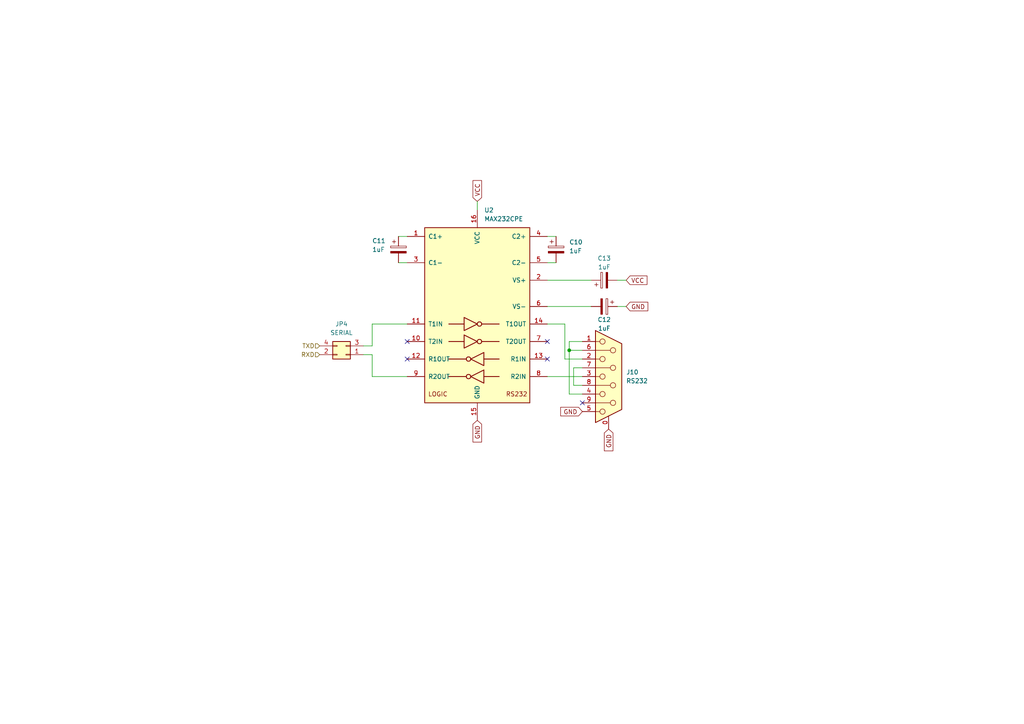
<source format=kicad_sch>
(kicad_sch (version 20211123) (generator eeschema)
  (paper "A4")
  (lib_symbols
    (symbol "Connector:DB9_Female_MountingHoles" (pin_names (offset 1.016) hide)
      (property "Reference" "J" (at 0 16.51 0))
      (property "Value" "DB9_Female_MountingHoles" (at 0 14.605 0))
      (symbol "DB9_Female_MountingHoles_0_1"
        (circle (center -1.778 -10.16) (radius 0.762))
        (circle (center -1.778 -5.08) (radius 0.762))
        (circle (center -1.778 0) (radius 0.762))
        (circle (center -1.778 5.08) (radius 0.762))
        (circle (center -1.778 10.16) (radius 0.762))
        (polyline (pts (xy -3.81 -10.16) (xy -2.54 -10.16)))
        (polyline (pts (xy -3.81 -7.62) (xy 0.508 -7.62)))
        (polyline (pts (xy -3.81 -5.08) (xy -2.54 -5.08)))
        (polyline (pts (xy -3.81 -2.54) (xy 0.508 -2.54)))
        (polyline (pts (xy -3.81 0) (xy -2.54 0)))
        (polyline (pts (xy -3.81 2.54) (xy 0.508 2.54)))
        (polyline (pts (xy -3.81 5.08) (xy -2.54 5.08)))
        (polyline (pts (xy -3.81 7.62) (xy 0.508 7.62)))
        (polyline (pts (xy -3.81 10.16) (xy -2.54 10.16)))
        (polyline (pts (xy -3.81 13.335) (xy -3.81 -13.335) (xy 3.81 -9.525) (xy 3.81 9.525) (xy -3.81 13.335)) (stroke (width 0.254)) (fill (type background)))
        (circle (center 1.27 -7.62) (radius 0.762))
        (circle (center 1.27 -2.54) (radius 0.762))
        (circle (center 1.27 2.54) (radius 0.762))
        (circle (center 1.27 7.62) (radius 0.762))
      )
      (symbol "DB9_Female_MountingHoles_1_1"
        (pin passive line (at 0 -15.24 90) (length 3.81) (name "PAD") (number "0"))
        (pin passive line (at -7.62 10.16 0) (length 3.81) (name "1") (number "1"))
        (pin passive line (at -7.62 5.08 0) (length 3.81) (name "2") (number "2"))
        (pin passive line (at -7.62 0 0) (length 3.81) (name "3") (number "3"))
        (pin passive line (at -7.62 -5.08 0) (length 3.81) (name "4") (number "4"))
        (pin passive line (at -7.62 -10.16 0) (length 3.81) (name "5") (number "5"))
        (pin passive line (at -7.62 7.62 0) (length 3.81) (name "6") (number "6"))
        (pin passive line (at -7.62 2.54 0) (length 3.81) (name "7") (number "7"))
        (pin passive line (at -7.62 -2.54 0) (length 3.81) (name "8") (number "8"))
        (pin passive line (at -7.62 -7.62 0) (length 3.81) (name "9") (number "9"))
      )
    )
    (symbol "Connector_Generic:Conn_02x02_Odd_Even" (pin_names (offset 1.016) hide)
      (property "Reference" "J" (at 1.27 2.54 0))
      (property "Value" "Conn_02x02_Odd_Even" (at 1.27 -5.08 0))
      (symbol "Conn_02x02_Odd_Even_1_1"
        (rectangle (start -1.27 -2.413) (end 0 -2.667) (stroke (width 0.1524)))
        (rectangle (start -1.27 0.127) (end 0 -0.127) (stroke (width 0.1524)))
        (rectangle (start -1.27 1.27) (end 3.81 -3.81) (stroke (width 0.254)) (fill (type background)))
        (rectangle (start 3.81 -2.413) (end 2.54 -2.667) (stroke (width 0.1524)))
        (rectangle (start 3.81 0.127) (end 2.54 -0.127) (stroke (width 0.1524)))
        (pin passive line (at -5.08 0 0) (length 3.81) (name "Pin_1") (number "1"))
        (pin passive line (at 7.62 0 180) (length 3.81) (name "Pin_2") (number "2"))
        (pin passive line (at -5.08 -2.54 0) (length 3.81) (name "Pin_3") (number "3"))
        (pin passive line (at 7.62 -2.54 180) (length 3.81) (name "Pin_4") (number "4"))
      )
    )
    (symbol "Device:C_Polarized" (pin_numbers hide) (pin_names (offset 0.254))
      (property "Reference" "C" (at 0.635 2.54 0))
      (property "Value" "C_Polarized" (at 0.635 -2.54 0))
      (symbol "C_Polarized_0_1"
        (rectangle (start -2.286 0.508) (end 2.286 1.016))
        (polyline (pts (xy -1.778 2.286) (xy -0.762 2.286)))
        (polyline (pts (xy -1.27 2.794) (xy -1.27 1.778)))
        (rectangle (start 2.286 -0.508) (end -2.286 -1.016) (fill (type outline)))
      )
      (symbol "C_Polarized_1_1"
        (pin passive line (at 0 3.81 270) (length 2.794) (name "~") (number "1"))
        (pin passive line (at 0 -3.81 90) (length 2.794) (name "~") (number "2"))
      )
    )
    (symbol "Interface_UART:MAX232" (pin_names (offset 1.016))
      (property "Reference" "U" (at -2.54 28.575 0))
      (property "Value" "MAX232" (at -2.54 26.67 0))
      (symbol "MAX232_0_0"
        (text "LOGIC" (at -11.43 -22.86 0) (effects (font (size 1.27 1.27))))
        (text "RS232" (at 11.43 -22.86 0) (effects (font (size 1.27 1.27))))
      )
      (symbol "MAX232_0_1"
        (rectangle (start -15.24 -25.4) (end 15.24 25.4) (stroke (width 0.254)) (fill (type background)))
        (circle (center -2.54 -17.78) (radius 0.635) (stroke (width 0.254)))
        (circle (center -2.54 -12.7) (radius 0.635) (stroke (width 0.254)))
        (polyline (pts (xy -3.81 -7.62) (xy -8.255 -7.62)) (stroke (width 0.254)))
        (polyline (pts (xy -3.81 -2.54) (xy -8.255 -2.54)) (stroke (width 0.254)))
        (polyline (pts (xy -3.175 -17.78) (xy -8.255 -17.78)) (stroke (width 0.254)))
        (polyline (pts (xy -3.175 -12.7) (xy -8.255 -12.7)) (stroke (width 0.254)))
        (polyline (pts (xy 1.27 -7.62) (xy 6.35 -7.62)) (stroke (width 0.254)))
        (polyline (pts (xy 1.27 -2.54) (xy 6.35 -2.54)) (stroke (width 0.254)))
        (polyline (pts (xy 1.905 -17.78) (xy 6.35 -17.78)) (stroke (width 0.254)))
        (polyline (pts (xy 1.905 -12.7) (xy 6.35 -12.7)) (stroke (width 0.254)))
        (polyline (pts (xy -3.81 -5.715) (xy -3.81 -9.525) (xy 0 -7.62) (xy -3.81 -5.715)) (stroke (width 0.254)))
        (polyline (pts (xy -3.81 -0.635) (xy -3.81 -4.445) (xy 0 -2.54) (xy -3.81 -0.635)) (stroke (width 0.254)))
        (polyline (pts (xy 1.905 -15.875) (xy 1.905 -19.685) (xy -1.905 -17.78) (xy 1.905 -15.875)) (stroke (width 0.254)))
        (polyline (pts (xy 1.905 -10.795) (xy 1.905 -14.605) (xy -1.905 -12.7) (xy 1.905 -10.795)) (stroke (width 0.254)))
        (circle (center 0.635 -7.62) (radius 0.635) (stroke (width 0.254)))
        (circle (center 0.635 -2.54) (radius 0.635) (stroke (width 0.254)))
      )
      (symbol "MAX232_1_1"
        (pin passive line (at -20.32 22.86 0) (length 5.08) (name "C1+") (number "1"))
        (pin input line (at -20.32 -7.62 0) (length 5.08) (name "T2IN") (number "10"))
        (pin input line (at -20.32 -2.54 0) (length 5.08) (name "T1IN") (number "11"))
        (pin output line (at -20.32 -12.7 0) (length 5.08) (name "R1OUT") (number "12"))
        (pin input line (at 20.32 -12.7 180) (length 5.08) (name "R1IN") (number "13"))
        (pin output line (at 20.32 -2.54 180) (length 5.08) (name "T1OUT") (number "14"))
        (pin power_in line (at 0 -30.48 90) (length 5.08) (name "GND") (number "15"))
        (pin power_in line (at 0 30.48 270) (length 5.08) (name "VCC") (number "16"))
        (pin power_out line (at 20.32 10.16 180) (length 5.08) (name "VS+") (number "2"))
        (pin passive line (at -20.32 15.24 0) (length 5.08) (name "C1-") (number "3"))
        (pin passive line (at 20.32 22.86 180) (length 5.08) (name "C2+") (number "4"))
        (pin passive line (at 20.32 15.24 180) (length 5.08) (name "C2-") (number "5"))
        (pin power_out line (at 20.32 2.54 180) (length 5.08) (name "VS-") (number "6"))
        (pin output line (at 20.32 -7.62 180) (length 5.08) (name "T2OUT") (number "7"))
        (pin input line (at 20.32 -17.78 180) (length 5.08) (name "R2IN") (number "8"))
        (pin output line (at -20.32 -17.78 0) (length 5.08) (name "R2OUT") (number "9"))
      )
    )
  )
  (junction (at 165.1 101.6))
  (no_connect (at 118.11 104.14))
  (no_connect (at 158.75 99.06))
  (no_connect (at 118.11 99.06))
  (no_connect (at 158.75 104.14))
  (no_connect (at 168.91 116.84))
  (wire (pts (xy 115.57 68.58) (xy 118.11 68.58)))
  (wire (pts (xy 166.37 111.76) (xy 168.91 111.76)))
  (wire (pts (xy 165.1 114.3) (xy 168.91 114.3)))
  (wire (pts (xy 107.95 109.22) (xy 107.95 102.87)))
  (wire (pts (xy 165.1 99.06) (xy 165.1 101.6)))
  (wire (pts (xy 158.75 76.2) (xy 161.29 76.2)))
  (wire (pts (xy 118.11 109.22) (xy 107.95 109.22)))
  (wire (pts (xy 168.91 99.06) (xy 165.1 99.06)))
  (wire (pts (xy 179.07 88.9) (xy 181.61 88.9)))
  (wire (pts (xy 168.91 106.68) (xy 166.37 106.68)))
  (wire (pts (xy 107.95 93.98) (xy 107.95 100.33)))
  (wire (pts (xy 163.83 93.98) (xy 163.83 104.14)))
  (wire (pts (xy 115.57 76.2) (xy 118.11 76.2)))
  (wire (pts (xy 107.95 100.33) (xy 105.41 100.33)))
  (wire (pts (xy 165.1 101.6) (xy 165.1 114.3)))
  (wire (pts (xy 118.11 93.98) (xy 107.95 93.98)))
  (wire (pts (xy 158.75 88.9) (xy 171.45 88.9)))
  (wire (pts (xy 166.37 106.68) (xy 166.37 111.76)))
  (wire (pts (xy 165.1 101.6) (xy 168.91 101.6)))
  (wire (pts (xy 179.07 81.28) (xy 181.61 81.28)))
  (wire (pts (xy 158.75 109.22) (xy 168.91 109.22)))
  (wire (pts (xy 158.75 81.28) (xy 171.45 81.28)))
  (wire (pts (xy 158.75 93.98) (xy 163.83 93.98)))
  (wire (pts (xy 158.75 68.58) (xy 161.29 68.58)))
  (wire (pts (xy 163.83 104.14) (xy 168.91 104.14)))
  (wire (pts (xy 107.95 102.87) (xy 105.41 102.87)))
  (wire (pts (xy 138.43 58.42) (xy 138.43 60.96)))
  (global_label "GND" (shape input) (at 138.43 121.92 270) (property "Intersheet References" "${INTERSHEET_REFS}" (effects hide)))
  (global_label "GND" (shape input) (at 181.61 88.9 0) (property "Intersheet References" "${INTERSHEET_REFS}" (effects hide)))
  (global_label "GND" (shape input) (at 176.53 124.46 270) (property "Intersheet References" "${INTERSHEET_REFS}" (effects hide)))
  (global_label "VCC" (shape input) (at 138.43 58.42 90) (property "Intersheet References" "${INTERSHEET_REFS}" (effects hide)))
  (global_label "VCC" (shape input) (at 181.61 81.28 0) (property "Intersheet References" "${INTERSHEET_REFS}" (effects hide)))
  (global_label "GND" (shape input) (at 168.91 119.38 180) (property "Intersheet References" "${INTERSHEET_REFS}" (effects hide)))
  (hierarchical_label "TXD" (shape input) (at 92.71 100.33 180))
  (hierarchical_label "RXD" (shape input) (at 92.71 102.87 180))
  (symbol (lib_id "Connector_Generic:Conn_02x02_Odd_Even") (at 100.33 102.87 180) (unit 1)
    (property "Reference" "JP4" (at 99.06 93.98 0))
    (property "Value" "SERIAL" (at 99.06 96.52 0))
    (property "Footprint" "Connector_PinHeader_2.54mm:PinHeader_2x02_P2.54mm_Vertical" (effects hide))
  )
  (symbol (lib_id "Device:C_Polarized") (at 175.26 88.9 270) (unit 1)
    (property "Reference" "C12" (at 175.26 92.71 90))
    (property "Value" "1uF" (at 175.26 95.25 90))
    (property "Footprint" "Capacitor_THT:CP_Radial_D5.0mm_P2.00mm" (effects hide))
  )
  (symbol (lib_id "Device:C_Polarized") (at 115.57 72.39 0) (unit 1)
    (property "Reference" "C11" (at 107.95 69.85 0) (effects (justify left)))
    (property "Value" "1uF" (at 107.95 72.39 0) (effects (justify left)))
    (property "Footprint" "Capacitor_THT:CP_Radial_D5.0mm_P2.00mm" (effects hide))
  )
  (symbol (lib_id "Device:C_Polarized") (at 161.29 72.39 0) (unit 1)
    (property "Reference" "C10" (at 165.1 70.2309 0) (effects (justify left)))
    (property "Value" "1uF" (at 165.1 72.7709 0) (effects (justify left)))
    (property "Footprint" "Capacitor_THT:CP_Radial_D5.0mm_P2.00mm" (effects hide))
  )
  (symbol (lib_id "Connector:DB9_Female_MountingHoles") (at 176.53 109.22 0) (unit 1)
    (property "Reference" "J10" (at 181.61 107.9499 0) (effects (justify left)))
    (property "Value" "RS232" (at 181.61 110.4899 0) (effects (justify left)))
    (property "Footprint" "Connector_Dsub:DSUB-9_Female_Horizontal_P2.77x2.84mm_EdgePinOffset7.70mm_Housed_MountingHolesOffset9.12mm" (effects hide))
    (property "Datasheet" " ~" (effects hide))
  )
  (symbol (lib_id "Interface_UART:MAX232") (at 138.43 91.44 0) (unit 1)
    (property "Reference" "U2" (at 140.4494 60.96 0) (effects (justify left)))
    (property "Value" "MAX232CPE" (at 140.4494 63.5 0) (effects (justify left)))
    (property "Footprint" "Package_DIP:DIP-16_W7.62mm" (effects hide))
    (property "Datasheet" "http://www.ti.com/lit/ds/symlink/max232.pdf" (effects hide))
  )
  (symbol (lib_id "Device:C_Polarized") (at 175.26 81.28 90) (unit 1)
    (property "Reference" "C13" (at 175.26 74.93 90))
    (property "Value" "1uF" (at 175.26 77.47 90))
    (property "Footprint" "Capacitor_THT:CP_Radial_D5.0mm_P2.00mm" (effects hide))
  )
)
</source>
